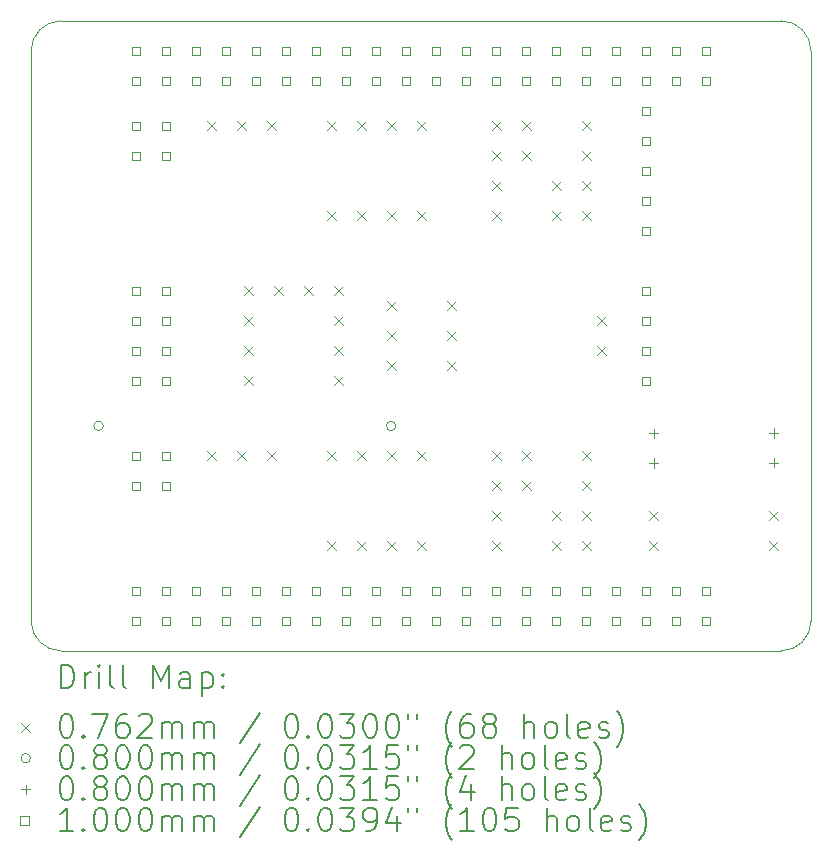
<source format=gbr>
%FSLAX45Y45*%
G04 Gerber Fmt 4.5, Leading zero omitted, Abs format (unit mm)*
G04 Created by KiCad (PCBNEW (6.0.0)) date 2024-05-18 14:08:51*
%MOMM*%
%LPD*%
G01*
G04 APERTURE LIST*
%TA.AperFunction,Profile*%
%ADD10C,0.100000*%
%TD*%
%ADD11C,0.200000*%
%ADD12C,0.076200*%
%ADD13C,0.080000*%
%ADD14C,0.100000*%
G04 APERTURE END LIST*
D10*
X1778000Y-2540000D02*
X1778000Y-7366000D01*
X2032000Y-2286000D02*
G75*
G03*
X1778000Y-2540000I0J-254000D01*
G01*
X8128000Y-7620000D02*
G75*
G03*
X8382000Y-7366000I0J254000D01*
G01*
X1778000Y-7366000D02*
G75*
G03*
X2032000Y-7620000I254000J0D01*
G01*
X2032000Y-7620000D02*
X8128000Y-7620000D01*
X8382000Y-7366000D02*
X8382000Y-2540000D01*
X8382000Y-2540000D02*
G75*
G03*
X8128000Y-2286000I-254000J0D01*
G01*
X8128000Y-2286000D02*
X2032000Y-2286000D01*
D11*
D12*
X3263900Y-3136900D02*
X3340100Y-3213100D01*
X3340100Y-3136900D02*
X3263900Y-3213100D01*
X3263900Y-5930900D02*
X3340100Y-6007100D01*
X3340100Y-5930900D02*
X3263900Y-6007100D01*
X3517900Y-3136900D02*
X3594100Y-3213100D01*
X3594100Y-3136900D02*
X3517900Y-3213100D01*
X3517900Y-5930900D02*
X3594100Y-6007100D01*
X3594100Y-5930900D02*
X3517900Y-6007100D01*
X3581400Y-4533900D02*
X3657600Y-4610100D01*
X3657600Y-4533900D02*
X3581400Y-4610100D01*
X3581400Y-4787900D02*
X3657600Y-4864100D01*
X3657600Y-4787900D02*
X3581400Y-4864100D01*
X3581400Y-5041900D02*
X3657600Y-5118100D01*
X3657600Y-5041900D02*
X3581400Y-5118100D01*
X3581400Y-5295900D02*
X3657600Y-5372100D01*
X3657600Y-5295900D02*
X3581400Y-5372100D01*
X3771900Y-3136900D02*
X3848100Y-3213100D01*
X3848100Y-3136900D02*
X3771900Y-3213100D01*
X3771900Y-5930900D02*
X3848100Y-6007100D01*
X3848100Y-5930900D02*
X3771900Y-6007100D01*
X3835400Y-4533900D02*
X3911600Y-4610100D01*
X3911600Y-4533900D02*
X3835400Y-4610100D01*
X4089400Y-4533900D02*
X4165600Y-4610100D01*
X4165600Y-4533900D02*
X4089400Y-4610100D01*
X4279900Y-3136900D02*
X4356100Y-3213100D01*
X4356100Y-3136900D02*
X4279900Y-3213100D01*
X4279900Y-3898900D02*
X4356100Y-3975100D01*
X4356100Y-3898900D02*
X4279900Y-3975100D01*
X4279900Y-5930900D02*
X4356100Y-6007100D01*
X4356100Y-5930900D02*
X4279900Y-6007100D01*
X4279900Y-6692900D02*
X4356100Y-6769100D01*
X4356100Y-6692900D02*
X4279900Y-6769100D01*
X4343400Y-4533900D02*
X4419600Y-4610100D01*
X4419600Y-4533900D02*
X4343400Y-4610100D01*
X4343400Y-4787900D02*
X4419600Y-4864100D01*
X4419600Y-4787900D02*
X4343400Y-4864100D01*
X4343400Y-5041900D02*
X4419600Y-5118100D01*
X4419600Y-5041900D02*
X4343400Y-5118100D01*
X4343400Y-5295900D02*
X4419600Y-5372100D01*
X4419600Y-5295900D02*
X4343400Y-5372100D01*
X4533900Y-3136900D02*
X4610100Y-3213100D01*
X4610100Y-3136900D02*
X4533900Y-3213100D01*
X4533900Y-3898900D02*
X4610100Y-3975100D01*
X4610100Y-3898900D02*
X4533900Y-3975100D01*
X4533900Y-5930900D02*
X4610100Y-6007100D01*
X4610100Y-5930900D02*
X4533900Y-6007100D01*
X4533900Y-6692900D02*
X4610100Y-6769100D01*
X4610100Y-6692900D02*
X4533900Y-6769100D01*
X4787900Y-3136900D02*
X4864100Y-3213100D01*
X4864100Y-3136900D02*
X4787900Y-3213100D01*
X4787900Y-3898900D02*
X4864100Y-3975100D01*
X4864100Y-3898900D02*
X4787900Y-3975100D01*
X4787900Y-4660900D02*
X4864100Y-4737100D01*
X4864100Y-4660900D02*
X4787900Y-4737100D01*
X4787900Y-4914900D02*
X4864100Y-4991100D01*
X4864100Y-4914900D02*
X4787900Y-4991100D01*
X4787900Y-5168900D02*
X4864100Y-5245100D01*
X4864100Y-5168900D02*
X4787900Y-5245100D01*
X4787900Y-5930900D02*
X4864100Y-6007100D01*
X4864100Y-5930900D02*
X4787900Y-6007100D01*
X4787900Y-6692900D02*
X4864100Y-6769100D01*
X4864100Y-6692900D02*
X4787900Y-6769100D01*
X5041900Y-3136900D02*
X5118100Y-3213100D01*
X5118100Y-3136900D02*
X5041900Y-3213100D01*
X5041900Y-3898900D02*
X5118100Y-3975100D01*
X5118100Y-3898900D02*
X5041900Y-3975100D01*
X5041900Y-5930900D02*
X5118100Y-6007100D01*
X5118100Y-5930900D02*
X5041900Y-6007100D01*
X5041900Y-6692900D02*
X5118100Y-6769100D01*
X5118100Y-6692900D02*
X5041900Y-6769100D01*
X5295900Y-4660900D02*
X5372100Y-4737100D01*
X5372100Y-4660900D02*
X5295900Y-4737100D01*
X5295900Y-4914900D02*
X5372100Y-4991100D01*
X5372100Y-4914900D02*
X5295900Y-4991100D01*
X5295900Y-5168900D02*
X5372100Y-5245100D01*
X5372100Y-5168900D02*
X5295900Y-5245100D01*
X5676900Y-3136900D02*
X5753100Y-3213100D01*
X5753100Y-3136900D02*
X5676900Y-3213100D01*
X5676900Y-3390900D02*
X5753100Y-3467100D01*
X5753100Y-3390900D02*
X5676900Y-3467100D01*
X5676900Y-3644900D02*
X5753100Y-3721100D01*
X5753100Y-3644900D02*
X5676900Y-3721100D01*
X5676900Y-3898900D02*
X5753100Y-3975100D01*
X5753100Y-3898900D02*
X5676900Y-3975100D01*
X5676900Y-5930900D02*
X5753100Y-6007100D01*
X5753100Y-5930900D02*
X5676900Y-6007100D01*
X5676900Y-6184900D02*
X5753100Y-6261100D01*
X5753100Y-6184900D02*
X5676900Y-6261100D01*
X5676900Y-6438900D02*
X5753100Y-6515100D01*
X5753100Y-6438900D02*
X5676900Y-6515100D01*
X5676900Y-6692900D02*
X5753100Y-6769100D01*
X5753100Y-6692900D02*
X5676900Y-6769100D01*
X5930900Y-3136900D02*
X6007100Y-3213100D01*
X6007100Y-3136900D02*
X5930900Y-3213100D01*
X5930900Y-3390900D02*
X6007100Y-3467100D01*
X6007100Y-3390900D02*
X5930900Y-3467100D01*
X5930900Y-5930900D02*
X6007100Y-6007100D01*
X6007100Y-5930900D02*
X5930900Y-6007100D01*
X5930900Y-6184900D02*
X6007100Y-6261100D01*
X6007100Y-6184900D02*
X5930900Y-6261100D01*
X6184900Y-3644900D02*
X6261100Y-3721100D01*
X6261100Y-3644900D02*
X6184900Y-3721100D01*
X6184900Y-3898900D02*
X6261100Y-3975100D01*
X6261100Y-3898900D02*
X6184900Y-3975100D01*
X6184900Y-6438900D02*
X6261100Y-6515100D01*
X6261100Y-6438900D02*
X6184900Y-6515100D01*
X6184900Y-6692900D02*
X6261100Y-6769100D01*
X6261100Y-6692900D02*
X6184900Y-6769100D01*
X6438900Y-3136900D02*
X6515100Y-3213100D01*
X6515100Y-3136900D02*
X6438900Y-3213100D01*
X6438900Y-3390900D02*
X6515100Y-3467100D01*
X6515100Y-3390900D02*
X6438900Y-3467100D01*
X6438900Y-3644900D02*
X6515100Y-3721100D01*
X6515100Y-3644900D02*
X6438900Y-3721100D01*
X6438900Y-3898900D02*
X6515100Y-3975100D01*
X6515100Y-3898900D02*
X6438900Y-3975100D01*
X6438900Y-5930900D02*
X6515100Y-6007100D01*
X6515100Y-5930900D02*
X6438900Y-6007100D01*
X6438900Y-6184900D02*
X6515100Y-6261100D01*
X6515100Y-6184900D02*
X6438900Y-6261100D01*
X6438900Y-6438900D02*
X6515100Y-6515100D01*
X6515100Y-6438900D02*
X6438900Y-6515100D01*
X6438900Y-6692900D02*
X6515100Y-6769100D01*
X6515100Y-6692900D02*
X6438900Y-6769100D01*
X6565900Y-4787900D02*
X6642100Y-4864100D01*
X6642100Y-4787900D02*
X6565900Y-4864100D01*
X6565900Y-5041900D02*
X6642100Y-5118100D01*
X6642100Y-5041900D02*
X6565900Y-5118100D01*
X7010400Y-6438900D02*
X7086600Y-6515100D01*
X7086600Y-6438900D02*
X7010400Y-6515100D01*
X7010400Y-6692900D02*
X7086600Y-6769100D01*
X7086600Y-6692900D02*
X7010400Y-6769100D01*
X8026400Y-6438900D02*
X8102600Y-6515100D01*
X8102600Y-6438900D02*
X8026400Y-6515100D01*
X8026400Y-6692900D02*
X8102600Y-6769100D01*
X8102600Y-6692900D02*
X8026400Y-6769100D01*
D13*
X2389500Y-5715000D02*
G75*
G03*
X2389500Y-5715000I-40000J0D01*
G01*
X4866000Y-5715000D02*
G75*
G03*
X4866000Y-5715000I-40000J0D01*
G01*
X7048500Y-5738500D02*
X7048500Y-5818500D01*
X7008500Y-5778500D02*
X7088500Y-5778500D01*
X7048500Y-5988500D02*
X7048500Y-6068500D01*
X7008500Y-6028500D02*
X7088500Y-6028500D01*
X8064500Y-5736011D02*
X8064500Y-5816011D01*
X8024500Y-5776011D02*
X8104500Y-5776011D01*
X8064500Y-5986011D02*
X8064500Y-6066011D01*
X8024500Y-6026011D02*
X8104500Y-6026011D01*
D14*
X2702356Y-2575356D02*
X2702356Y-2504644D01*
X2631644Y-2504644D01*
X2631644Y-2575356D01*
X2702356Y-2575356D01*
X2702356Y-2829356D02*
X2702356Y-2758644D01*
X2631644Y-2758644D01*
X2631644Y-2829356D01*
X2702356Y-2829356D01*
X2702356Y-3210356D02*
X2702356Y-3139644D01*
X2631644Y-3139644D01*
X2631644Y-3210356D01*
X2702356Y-3210356D01*
X2702356Y-3464356D02*
X2702356Y-3393644D01*
X2631644Y-3393644D01*
X2631644Y-3464356D01*
X2702356Y-3464356D01*
X2702356Y-4607356D02*
X2702356Y-4536644D01*
X2631644Y-4536644D01*
X2631644Y-4607356D01*
X2702356Y-4607356D01*
X2702356Y-4861356D02*
X2702356Y-4790644D01*
X2631644Y-4790644D01*
X2631644Y-4861356D01*
X2702356Y-4861356D01*
X2702356Y-5115356D02*
X2702356Y-5044644D01*
X2631644Y-5044644D01*
X2631644Y-5115356D01*
X2702356Y-5115356D01*
X2702356Y-5369356D02*
X2702356Y-5298644D01*
X2631644Y-5298644D01*
X2631644Y-5369356D01*
X2702356Y-5369356D01*
X2702356Y-6004356D02*
X2702356Y-5933644D01*
X2631644Y-5933644D01*
X2631644Y-6004356D01*
X2702356Y-6004356D01*
X2702356Y-6258356D02*
X2702356Y-6187644D01*
X2631644Y-6187644D01*
X2631644Y-6258356D01*
X2702356Y-6258356D01*
X2702356Y-7147356D02*
X2702356Y-7076644D01*
X2631644Y-7076644D01*
X2631644Y-7147356D01*
X2702356Y-7147356D01*
X2702356Y-7401356D02*
X2702356Y-7330644D01*
X2631644Y-7330644D01*
X2631644Y-7401356D01*
X2702356Y-7401356D01*
X2956356Y-2575356D02*
X2956356Y-2504644D01*
X2885644Y-2504644D01*
X2885644Y-2575356D01*
X2956356Y-2575356D01*
X2956356Y-2829356D02*
X2956356Y-2758644D01*
X2885644Y-2758644D01*
X2885644Y-2829356D01*
X2956356Y-2829356D01*
X2956356Y-3210356D02*
X2956356Y-3139644D01*
X2885644Y-3139644D01*
X2885644Y-3210356D01*
X2956356Y-3210356D01*
X2956356Y-3464356D02*
X2956356Y-3393644D01*
X2885644Y-3393644D01*
X2885644Y-3464356D01*
X2956356Y-3464356D01*
X2956356Y-4607356D02*
X2956356Y-4536644D01*
X2885644Y-4536644D01*
X2885644Y-4607356D01*
X2956356Y-4607356D01*
X2956356Y-4861356D02*
X2956356Y-4790644D01*
X2885644Y-4790644D01*
X2885644Y-4861356D01*
X2956356Y-4861356D01*
X2956356Y-5115356D02*
X2956356Y-5044644D01*
X2885644Y-5044644D01*
X2885644Y-5115356D01*
X2956356Y-5115356D01*
X2956356Y-5369356D02*
X2956356Y-5298644D01*
X2885644Y-5298644D01*
X2885644Y-5369356D01*
X2956356Y-5369356D01*
X2956356Y-6004356D02*
X2956356Y-5933644D01*
X2885644Y-5933644D01*
X2885644Y-6004356D01*
X2956356Y-6004356D01*
X2956356Y-6258356D02*
X2956356Y-6187644D01*
X2885644Y-6187644D01*
X2885644Y-6258356D01*
X2956356Y-6258356D01*
X2956356Y-7147356D02*
X2956356Y-7076644D01*
X2885644Y-7076644D01*
X2885644Y-7147356D01*
X2956356Y-7147356D01*
X2956356Y-7401356D02*
X2956356Y-7330644D01*
X2885644Y-7330644D01*
X2885644Y-7401356D01*
X2956356Y-7401356D01*
X3210356Y-2575356D02*
X3210356Y-2504644D01*
X3139644Y-2504644D01*
X3139644Y-2575356D01*
X3210356Y-2575356D01*
X3210356Y-2829356D02*
X3210356Y-2758644D01*
X3139644Y-2758644D01*
X3139644Y-2829356D01*
X3210356Y-2829356D01*
X3210356Y-7147356D02*
X3210356Y-7076644D01*
X3139644Y-7076644D01*
X3139644Y-7147356D01*
X3210356Y-7147356D01*
X3210356Y-7401356D02*
X3210356Y-7330644D01*
X3139644Y-7330644D01*
X3139644Y-7401356D01*
X3210356Y-7401356D01*
X3464356Y-2575356D02*
X3464356Y-2504644D01*
X3393644Y-2504644D01*
X3393644Y-2575356D01*
X3464356Y-2575356D01*
X3464356Y-2829356D02*
X3464356Y-2758644D01*
X3393644Y-2758644D01*
X3393644Y-2829356D01*
X3464356Y-2829356D01*
X3464356Y-7147356D02*
X3464356Y-7076644D01*
X3393644Y-7076644D01*
X3393644Y-7147356D01*
X3464356Y-7147356D01*
X3464356Y-7401356D02*
X3464356Y-7330644D01*
X3393644Y-7330644D01*
X3393644Y-7401356D01*
X3464356Y-7401356D01*
X3718356Y-2575356D02*
X3718356Y-2504644D01*
X3647644Y-2504644D01*
X3647644Y-2575356D01*
X3718356Y-2575356D01*
X3718356Y-2829356D02*
X3718356Y-2758644D01*
X3647644Y-2758644D01*
X3647644Y-2829356D01*
X3718356Y-2829356D01*
X3718356Y-7147356D02*
X3718356Y-7076644D01*
X3647644Y-7076644D01*
X3647644Y-7147356D01*
X3718356Y-7147356D01*
X3718356Y-7401356D02*
X3718356Y-7330644D01*
X3647644Y-7330644D01*
X3647644Y-7401356D01*
X3718356Y-7401356D01*
X3972356Y-2575356D02*
X3972356Y-2504644D01*
X3901644Y-2504644D01*
X3901644Y-2575356D01*
X3972356Y-2575356D01*
X3972356Y-2829356D02*
X3972356Y-2758644D01*
X3901644Y-2758644D01*
X3901644Y-2829356D01*
X3972356Y-2829356D01*
X3972356Y-7147356D02*
X3972356Y-7076644D01*
X3901644Y-7076644D01*
X3901644Y-7147356D01*
X3972356Y-7147356D01*
X3972356Y-7401356D02*
X3972356Y-7330644D01*
X3901644Y-7330644D01*
X3901644Y-7401356D01*
X3972356Y-7401356D01*
X4226356Y-2575356D02*
X4226356Y-2504644D01*
X4155644Y-2504644D01*
X4155644Y-2575356D01*
X4226356Y-2575356D01*
X4226356Y-2829356D02*
X4226356Y-2758644D01*
X4155644Y-2758644D01*
X4155644Y-2829356D01*
X4226356Y-2829356D01*
X4226356Y-7147356D02*
X4226356Y-7076644D01*
X4155644Y-7076644D01*
X4155644Y-7147356D01*
X4226356Y-7147356D01*
X4226356Y-7401356D02*
X4226356Y-7330644D01*
X4155644Y-7330644D01*
X4155644Y-7401356D01*
X4226356Y-7401356D01*
X4480356Y-2575356D02*
X4480356Y-2504644D01*
X4409644Y-2504644D01*
X4409644Y-2575356D01*
X4480356Y-2575356D01*
X4480356Y-2829356D02*
X4480356Y-2758644D01*
X4409644Y-2758644D01*
X4409644Y-2829356D01*
X4480356Y-2829356D01*
X4480356Y-7147356D02*
X4480356Y-7076644D01*
X4409644Y-7076644D01*
X4409644Y-7147356D01*
X4480356Y-7147356D01*
X4480356Y-7401356D02*
X4480356Y-7330644D01*
X4409644Y-7330644D01*
X4409644Y-7401356D01*
X4480356Y-7401356D01*
X4734356Y-2575356D02*
X4734356Y-2504644D01*
X4663644Y-2504644D01*
X4663644Y-2575356D01*
X4734356Y-2575356D01*
X4734356Y-2829356D02*
X4734356Y-2758644D01*
X4663644Y-2758644D01*
X4663644Y-2829356D01*
X4734356Y-2829356D01*
X4734356Y-7147356D02*
X4734356Y-7076644D01*
X4663644Y-7076644D01*
X4663644Y-7147356D01*
X4734356Y-7147356D01*
X4734356Y-7401356D02*
X4734356Y-7330644D01*
X4663644Y-7330644D01*
X4663644Y-7401356D01*
X4734356Y-7401356D01*
X4988356Y-2575356D02*
X4988356Y-2504644D01*
X4917644Y-2504644D01*
X4917644Y-2575356D01*
X4988356Y-2575356D01*
X4988356Y-2829356D02*
X4988356Y-2758644D01*
X4917644Y-2758644D01*
X4917644Y-2829356D01*
X4988356Y-2829356D01*
X4988356Y-7147356D02*
X4988356Y-7076644D01*
X4917644Y-7076644D01*
X4917644Y-7147356D01*
X4988356Y-7147356D01*
X4988356Y-7401356D02*
X4988356Y-7330644D01*
X4917644Y-7330644D01*
X4917644Y-7401356D01*
X4988356Y-7401356D01*
X5242356Y-2575356D02*
X5242356Y-2504644D01*
X5171644Y-2504644D01*
X5171644Y-2575356D01*
X5242356Y-2575356D01*
X5242356Y-2829356D02*
X5242356Y-2758644D01*
X5171644Y-2758644D01*
X5171644Y-2829356D01*
X5242356Y-2829356D01*
X5242356Y-7147356D02*
X5242356Y-7076644D01*
X5171644Y-7076644D01*
X5171644Y-7147356D01*
X5242356Y-7147356D01*
X5242356Y-7401356D02*
X5242356Y-7330644D01*
X5171644Y-7330644D01*
X5171644Y-7401356D01*
X5242356Y-7401356D01*
X5496356Y-2575356D02*
X5496356Y-2504644D01*
X5425644Y-2504644D01*
X5425644Y-2575356D01*
X5496356Y-2575356D01*
X5496356Y-2829356D02*
X5496356Y-2758644D01*
X5425644Y-2758644D01*
X5425644Y-2829356D01*
X5496356Y-2829356D01*
X5496356Y-7147356D02*
X5496356Y-7076644D01*
X5425644Y-7076644D01*
X5425644Y-7147356D01*
X5496356Y-7147356D01*
X5496356Y-7401356D02*
X5496356Y-7330644D01*
X5425644Y-7330644D01*
X5425644Y-7401356D01*
X5496356Y-7401356D01*
X5750356Y-2575356D02*
X5750356Y-2504644D01*
X5679644Y-2504644D01*
X5679644Y-2575356D01*
X5750356Y-2575356D01*
X5750356Y-2829356D02*
X5750356Y-2758644D01*
X5679644Y-2758644D01*
X5679644Y-2829356D01*
X5750356Y-2829356D01*
X5750356Y-7147356D02*
X5750356Y-7076644D01*
X5679644Y-7076644D01*
X5679644Y-7147356D01*
X5750356Y-7147356D01*
X5750356Y-7401356D02*
X5750356Y-7330644D01*
X5679644Y-7330644D01*
X5679644Y-7401356D01*
X5750356Y-7401356D01*
X6004356Y-2575356D02*
X6004356Y-2504644D01*
X5933644Y-2504644D01*
X5933644Y-2575356D01*
X6004356Y-2575356D01*
X6004356Y-2829356D02*
X6004356Y-2758644D01*
X5933644Y-2758644D01*
X5933644Y-2829356D01*
X6004356Y-2829356D01*
X6004356Y-7147356D02*
X6004356Y-7076644D01*
X5933644Y-7076644D01*
X5933644Y-7147356D01*
X6004356Y-7147356D01*
X6004356Y-7401356D02*
X6004356Y-7330644D01*
X5933644Y-7330644D01*
X5933644Y-7401356D01*
X6004356Y-7401356D01*
X6258356Y-2575356D02*
X6258356Y-2504644D01*
X6187644Y-2504644D01*
X6187644Y-2575356D01*
X6258356Y-2575356D01*
X6258356Y-2829356D02*
X6258356Y-2758644D01*
X6187644Y-2758644D01*
X6187644Y-2829356D01*
X6258356Y-2829356D01*
X6258356Y-7147356D02*
X6258356Y-7076644D01*
X6187644Y-7076644D01*
X6187644Y-7147356D01*
X6258356Y-7147356D01*
X6258356Y-7401356D02*
X6258356Y-7330644D01*
X6187644Y-7330644D01*
X6187644Y-7401356D01*
X6258356Y-7401356D01*
X6512356Y-2575356D02*
X6512356Y-2504644D01*
X6441644Y-2504644D01*
X6441644Y-2575356D01*
X6512356Y-2575356D01*
X6512356Y-2829356D02*
X6512356Y-2758644D01*
X6441644Y-2758644D01*
X6441644Y-2829356D01*
X6512356Y-2829356D01*
X6512356Y-7147356D02*
X6512356Y-7076644D01*
X6441644Y-7076644D01*
X6441644Y-7147356D01*
X6512356Y-7147356D01*
X6512356Y-7401356D02*
X6512356Y-7330644D01*
X6441644Y-7330644D01*
X6441644Y-7401356D01*
X6512356Y-7401356D01*
X6766356Y-2575356D02*
X6766356Y-2504644D01*
X6695644Y-2504644D01*
X6695644Y-2575356D01*
X6766356Y-2575356D01*
X6766356Y-2829356D02*
X6766356Y-2758644D01*
X6695644Y-2758644D01*
X6695644Y-2829356D01*
X6766356Y-2829356D01*
X6766356Y-7147356D02*
X6766356Y-7076644D01*
X6695644Y-7076644D01*
X6695644Y-7147356D01*
X6766356Y-7147356D01*
X6766356Y-7401356D02*
X6766356Y-7330644D01*
X6695644Y-7330644D01*
X6695644Y-7401356D01*
X6766356Y-7401356D01*
X7020356Y-2575356D02*
X7020356Y-2504644D01*
X6949644Y-2504644D01*
X6949644Y-2575356D01*
X7020356Y-2575356D01*
X7020356Y-2829356D02*
X7020356Y-2758644D01*
X6949644Y-2758644D01*
X6949644Y-2829356D01*
X7020356Y-2829356D01*
X7020356Y-3081856D02*
X7020356Y-3011144D01*
X6949644Y-3011144D01*
X6949644Y-3081856D01*
X7020356Y-3081856D01*
X7020356Y-3335856D02*
X7020356Y-3265144D01*
X6949644Y-3265144D01*
X6949644Y-3335856D01*
X7020356Y-3335856D01*
X7020356Y-3589856D02*
X7020356Y-3519144D01*
X6949644Y-3519144D01*
X6949644Y-3589856D01*
X7020356Y-3589856D01*
X7020356Y-3845356D02*
X7020356Y-3774644D01*
X6949644Y-3774644D01*
X6949644Y-3845356D01*
X7020356Y-3845356D01*
X7020356Y-4099356D02*
X7020356Y-4028644D01*
X6949644Y-4028644D01*
X6949644Y-4099356D01*
X7020356Y-4099356D01*
X7020356Y-4607356D02*
X7020356Y-4536644D01*
X6949644Y-4536644D01*
X6949644Y-4607356D01*
X7020356Y-4607356D01*
X7020356Y-4861356D02*
X7020356Y-4790644D01*
X6949644Y-4790644D01*
X6949644Y-4861356D01*
X7020356Y-4861356D01*
X7020356Y-5115356D02*
X7020356Y-5044644D01*
X6949644Y-5044644D01*
X6949644Y-5115356D01*
X7020356Y-5115356D01*
X7020356Y-5369356D02*
X7020356Y-5298644D01*
X6949644Y-5298644D01*
X6949644Y-5369356D01*
X7020356Y-5369356D01*
X7020356Y-7147356D02*
X7020356Y-7076644D01*
X6949644Y-7076644D01*
X6949644Y-7147356D01*
X7020356Y-7147356D01*
X7020356Y-7401356D02*
X7020356Y-7330644D01*
X6949644Y-7330644D01*
X6949644Y-7401356D01*
X7020356Y-7401356D01*
X7274356Y-2575356D02*
X7274356Y-2504644D01*
X7203644Y-2504644D01*
X7203644Y-2575356D01*
X7274356Y-2575356D01*
X7274356Y-2829356D02*
X7274356Y-2758644D01*
X7203644Y-2758644D01*
X7203644Y-2829356D01*
X7274356Y-2829356D01*
X7274356Y-7147356D02*
X7274356Y-7076644D01*
X7203644Y-7076644D01*
X7203644Y-7147356D01*
X7274356Y-7147356D01*
X7274356Y-7401356D02*
X7274356Y-7330644D01*
X7203644Y-7330644D01*
X7203644Y-7401356D01*
X7274356Y-7401356D01*
X7528356Y-2575356D02*
X7528356Y-2504644D01*
X7457644Y-2504644D01*
X7457644Y-2575356D01*
X7528356Y-2575356D01*
X7528356Y-2829356D02*
X7528356Y-2758644D01*
X7457644Y-2758644D01*
X7457644Y-2829356D01*
X7528356Y-2829356D01*
X7528356Y-7147356D02*
X7528356Y-7076644D01*
X7457644Y-7076644D01*
X7457644Y-7147356D01*
X7528356Y-7147356D01*
X7528356Y-7401356D02*
X7528356Y-7330644D01*
X7457644Y-7330644D01*
X7457644Y-7401356D01*
X7528356Y-7401356D01*
D11*
X2030619Y-7935476D02*
X2030619Y-7735476D01*
X2078238Y-7735476D01*
X2106810Y-7745000D01*
X2125857Y-7764048D01*
X2135381Y-7783095D01*
X2144905Y-7821190D01*
X2144905Y-7849762D01*
X2135381Y-7887857D01*
X2125857Y-7906905D01*
X2106810Y-7925952D01*
X2078238Y-7935476D01*
X2030619Y-7935476D01*
X2230619Y-7935476D02*
X2230619Y-7802143D01*
X2230619Y-7840238D02*
X2240143Y-7821190D01*
X2249667Y-7811667D01*
X2268714Y-7802143D01*
X2287762Y-7802143D01*
X2354429Y-7935476D02*
X2354429Y-7802143D01*
X2354429Y-7735476D02*
X2344905Y-7745000D01*
X2354429Y-7754524D01*
X2363952Y-7745000D01*
X2354429Y-7735476D01*
X2354429Y-7754524D01*
X2478238Y-7935476D02*
X2459190Y-7925952D01*
X2449667Y-7906905D01*
X2449667Y-7735476D01*
X2583000Y-7935476D02*
X2563952Y-7925952D01*
X2554429Y-7906905D01*
X2554429Y-7735476D01*
X2811571Y-7935476D02*
X2811571Y-7735476D01*
X2878238Y-7878333D01*
X2944905Y-7735476D01*
X2944905Y-7935476D01*
X3125857Y-7935476D02*
X3125857Y-7830714D01*
X3116333Y-7811667D01*
X3097286Y-7802143D01*
X3059190Y-7802143D01*
X3040143Y-7811667D01*
X3125857Y-7925952D02*
X3106809Y-7935476D01*
X3059190Y-7935476D01*
X3040143Y-7925952D01*
X3030619Y-7906905D01*
X3030619Y-7887857D01*
X3040143Y-7868809D01*
X3059190Y-7859286D01*
X3106809Y-7859286D01*
X3125857Y-7849762D01*
X3221095Y-7802143D02*
X3221095Y-8002143D01*
X3221095Y-7811667D02*
X3240143Y-7802143D01*
X3278238Y-7802143D01*
X3297286Y-7811667D01*
X3306809Y-7821190D01*
X3316333Y-7840238D01*
X3316333Y-7897381D01*
X3306809Y-7916428D01*
X3297286Y-7925952D01*
X3278238Y-7935476D01*
X3240143Y-7935476D01*
X3221095Y-7925952D01*
X3402048Y-7916428D02*
X3411571Y-7925952D01*
X3402048Y-7935476D01*
X3392524Y-7925952D01*
X3402048Y-7916428D01*
X3402048Y-7935476D01*
X3402048Y-7811667D02*
X3411571Y-7821190D01*
X3402048Y-7830714D01*
X3392524Y-7821190D01*
X3402048Y-7811667D01*
X3402048Y-7830714D01*
D12*
X1696800Y-8226900D02*
X1773000Y-8303100D01*
X1773000Y-8226900D02*
X1696800Y-8303100D01*
D11*
X2068714Y-8155476D02*
X2087762Y-8155476D01*
X2106810Y-8165000D01*
X2116333Y-8174524D01*
X2125857Y-8193571D01*
X2135381Y-8231667D01*
X2135381Y-8279286D01*
X2125857Y-8317381D01*
X2116333Y-8336428D01*
X2106810Y-8345952D01*
X2087762Y-8355476D01*
X2068714Y-8355476D01*
X2049667Y-8345952D01*
X2040143Y-8336428D01*
X2030619Y-8317381D01*
X2021095Y-8279286D01*
X2021095Y-8231667D01*
X2030619Y-8193571D01*
X2040143Y-8174524D01*
X2049667Y-8165000D01*
X2068714Y-8155476D01*
X2221095Y-8336428D02*
X2230619Y-8345952D01*
X2221095Y-8355476D01*
X2211571Y-8345952D01*
X2221095Y-8336428D01*
X2221095Y-8355476D01*
X2297286Y-8155476D02*
X2430619Y-8155476D01*
X2344905Y-8355476D01*
X2592524Y-8155476D02*
X2554429Y-8155476D01*
X2535381Y-8165000D01*
X2525857Y-8174524D01*
X2506810Y-8203095D01*
X2497286Y-8241190D01*
X2497286Y-8317381D01*
X2506810Y-8336428D01*
X2516333Y-8345952D01*
X2535381Y-8355476D01*
X2573476Y-8355476D01*
X2592524Y-8345952D01*
X2602048Y-8336428D01*
X2611571Y-8317381D01*
X2611571Y-8269762D01*
X2602048Y-8250714D01*
X2592524Y-8241190D01*
X2573476Y-8231667D01*
X2535381Y-8231667D01*
X2516333Y-8241190D01*
X2506810Y-8250714D01*
X2497286Y-8269762D01*
X2687762Y-8174524D02*
X2697286Y-8165000D01*
X2716333Y-8155476D01*
X2763952Y-8155476D01*
X2783000Y-8165000D01*
X2792524Y-8174524D01*
X2802048Y-8193571D01*
X2802048Y-8212619D01*
X2792524Y-8241190D01*
X2678238Y-8355476D01*
X2802048Y-8355476D01*
X2887762Y-8355476D02*
X2887762Y-8222143D01*
X2887762Y-8241190D02*
X2897286Y-8231667D01*
X2916333Y-8222143D01*
X2944905Y-8222143D01*
X2963952Y-8231667D01*
X2973476Y-8250714D01*
X2973476Y-8355476D01*
X2973476Y-8250714D02*
X2983000Y-8231667D01*
X3002048Y-8222143D01*
X3030619Y-8222143D01*
X3049667Y-8231667D01*
X3059190Y-8250714D01*
X3059190Y-8355476D01*
X3154428Y-8355476D02*
X3154428Y-8222143D01*
X3154428Y-8241190D02*
X3163952Y-8231667D01*
X3183000Y-8222143D01*
X3211571Y-8222143D01*
X3230619Y-8231667D01*
X3240143Y-8250714D01*
X3240143Y-8355476D01*
X3240143Y-8250714D02*
X3249667Y-8231667D01*
X3268714Y-8222143D01*
X3297286Y-8222143D01*
X3316333Y-8231667D01*
X3325857Y-8250714D01*
X3325857Y-8355476D01*
X3716333Y-8145952D02*
X3544905Y-8403095D01*
X3973476Y-8155476D02*
X3992524Y-8155476D01*
X4011571Y-8165000D01*
X4021095Y-8174524D01*
X4030619Y-8193571D01*
X4040143Y-8231667D01*
X4040143Y-8279286D01*
X4030619Y-8317381D01*
X4021095Y-8336428D01*
X4011571Y-8345952D01*
X3992524Y-8355476D01*
X3973476Y-8355476D01*
X3954428Y-8345952D01*
X3944905Y-8336428D01*
X3935381Y-8317381D01*
X3925857Y-8279286D01*
X3925857Y-8231667D01*
X3935381Y-8193571D01*
X3944905Y-8174524D01*
X3954428Y-8165000D01*
X3973476Y-8155476D01*
X4125857Y-8336428D02*
X4135381Y-8345952D01*
X4125857Y-8355476D01*
X4116333Y-8345952D01*
X4125857Y-8336428D01*
X4125857Y-8355476D01*
X4259190Y-8155476D02*
X4278238Y-8155476D01*
X4297286Y-8165000D01*
X4306810Y-8174524D01*
X4316333Y-8193571D01*
X4325857Y-8231667D01*
X4325857Y-8279286D01*
X4316333Y-8317381D01*
X4306810Y-8336428D01*
X4297286Y-8345952D01*
X4278238Y-8355476D01*
X4259190Y-8355476D01*
X4240143Y-8345952D01*
X4230619Y-8336428D01*
X4221095Y-8317381D01*
X4211571Y-8279286D01*
X4211571Y-8231667D01*
X4221095Y-8193571D01*
X4230619Y-8174524D01*
X4240143Y-8165000D01*
X4259190Y-8155476D01*
X4392524Y-8155476D02*
X4516333Y-8155476D01*
X4449667Y-8231667D01*
X4478238Y-8231667D01*
X4497286Y-8241190D01*
X4506810Y-8250714D01*
X4516333Y-8269762D01*
X4516333Y-8317381D01*
X4506810Y-8336428D01*
X4497286Y-8345952D01*
X4478238Y-8355476D01*
X4421095Y-8355476D01*
X4402048Y-8345952D01*
X4392524Y-8336428D01*
X4640143Y-8155476D02*
X4659190Y-8155476D01*
X4678238Y-8165000D01*
X4687762Y-8174524D01*
X4697286Y-8193571D01*
X4706810Y-8231667D01*
X4706810Y-8279286D01*
X4697286Y-8317381D01*
X4687762Y-8336428D01*
X4678238Y-8345952D01*
X4659190Y-8355476D01*
X4640143Y-8355476D01*
X4621095Y-8345952D01*
X4611571Y-8336428D01*
X4602048Y-8317381D01*
X4592524Y-8279286D01*
X4592524Y-8231667D01*
X4602048Y-8193571D01*
X4611571Y-8174524D01*
X4621095Y-8165000D01*
X4640143Y-8155476D01*
X4830619Y-8155476D02*
X4849667Y-8155476D01*
X4868714Y-8165000D01*
X4878238Y-8174524D01*
X4887762Y-8193571D01*
X4897286Y-8231667D01*
X4897286Y-8279286D01*
X4887762Y-8317381D01*
X4878238Y-8336428D01*
X4868714Y-8345952D01*
X4849667Y-8355476D01*
X4830619Y-8355476D01*
X4811571Y-8345952D01*
X4802048Y-8336428D01*
X4792524Y-8317381D01*
X4783000Y-8279286D01*
X4783000Y-8231667D01*
X4792524Y-8193571D01*
X4802048Y-8174524D01*
X4811571Y-8165000D01*
X4830619Y-8155476D01*
X4973476Y-8155476D02*
X4973476Y-8193571D01*
X5049667Y-8155476D02*
X5049667Y-8193571D01*
X5344905Y-8431667D02*
X5335381Y-8422143D01*
X5316333Y-8393571D01*
X5306810Y-8374524D01*
X5297286Y-8345952D01*
X5287762Y-8298333D01*
X5287762Y-8260238D01*
X5297286Y-8212619D01*
X5306810Y-8184048D01*
X5316333Y-8165000D01*
X5335381Y-8136428D01*
X5344905Y-8126905D01*
X5506810Y-8155476D02*
X5468714Y-8155476D01*
X5449667Y-8165000D01*
X5440143Y-8174524D01*
X5421095Y-8203095D01*
X5411571Y-8241190D01*
X5411571Y-8317381D01*
X5421095Y-8336428D01*
X5430619Y-8345952D01*
X5449667Y-8355476D01*
X5487762Y-8355476D01*
X5506810Y-8345952D01*
X5516333Y-8336428D01*
X5525857Y-8317381D01*
X5525857Y-8269762D01*
X5516333Y-8250714D01*
X5506810Y-8241190D01*
X5487762Y-8231667D01*
X5449667Y-8231667D01*
X5430619Y-8241190D01*
X5421095Y-8250714D01*
X5411571Y-8269762D01*
X5640143Y-8241190D02*
X5621095Y-8231667D01*
X5611571Y-8222143D01*
X5602048Y-8203095D01*
X5602048Y-8193571D01*
X5611571Y-8174524D01*
X5621095Y-8165000D01*
X5640143Y-8155476D01*
X5678238Y-8155476D01*
X5697286Y-8165000D01*
X5706809Y-8174524D01*
X5716333Y-8193571D01*
X5716333Y-8203095D01*
X5706809Y-8222143D01*
X5697286Y-8231667D01*
X5678238Y-8241190D01*
X5640143Y-8241190D01*
X5621095Y-8250714D01*
X5611571Y-8260238D01*
X5602048Y-8279286D01*
X5602048Y-8317381D01*
X5611571Y-8336428D01*
X5621095Y-8345952D01*
X5640143Y-8355476D01*
X5678238Y-8355476D01*
X5697286Y-8345952D01*
X5706809Y-8336428D01*
X5716333Y-8317381D01*
X5716333Y-8279286D01*
X5706809Y-8260238D01*
X5697286Y-8250714D01*
X5678238Y-8241190D01*
X5954428Y-8355476D02*
X5954428Y-8155476D01*
X6040143Y-8355476D02*
X6040143Y-8250714D01*
X6030619Y-8231667D01*
X6011571Y-8222143D01*
X5983000Y-8222143D01*
X5963952Y-8231667D01*
X5954428Y-8241190D01*
X6163952Y-8355476D02*
X6144905Y-8345952D01*
X6135381Y-8336428D01*
X6125857Y-8317381D01*
X6125857Y-8260238D01*
X6135381Y-8241190D01*
X6144905Y-8231667D01*
X6163952Y-8222143D01*
X6192524Y-8222143D01*
X6211571Y-8231667D01*
X6221095Y-8241190D01*
X6230619Y-8260238D01*
X6230619Y-8317381D01*
X6221095Y-8336428D01*
X6211571Y-8345952D01*
X6192524Y-8355476D01*
X6163952Y-8355476D01*
X6344905Y-8355476D02*
X6325857Y-8345952D01*
X6316333Y-8326905D01*
X6316333Y-8155476D01*
X6497286Y-8345952D02*
X6478238Y-8355476D01*
X6440143Y-8355476D01*
X6421095Y-8345952D01*
X6411571Y-8326905D01*
X6411571Y-8250714D01*
X6421095Y-8231667D01*
X6440143Y-8222143D01*
X6478238Y-8222143D01*
X6497286Y-8231667D01*
X6506809Y-8250714D01*
X6506809Y-8269762D01*
X6411571Y-8288809D01*
X6583000Y-8345952D02*
X6602048Y-8355476D01*
X6640143Y-8355476D01*
X6659190Y-8345952D01*
X6668714Y-8326905D01*
X6668714Y-8317381D01*
X6659190Y-8298333D01*
X6640143Y-8288809D01*
X6611571Y-8288809D01*
X6592524Y-8279286D01*
X6583000Y-8260238D01*
X6583000Y-8250714D01*
X6592524Y-8231667D01*
X6611571Y-8222143D01*
X6640143Y-8222143D01*
X6659190Y-8231667D01*
X6735381Y-8431667D02*
X6744905Y-8422143D01*
X6763952Y-8393571D01*
X6773476Y-8374524D01*
X6783000Y-8345952D01*
X6792524Y-8298333D01*
X6792524Y-8260238D01*
X6783000Y-8212619D01*
X6773476Y-8184048D01*
X6763952Y-8165000D01*
X6744905Y-8136428D01*
X6735381Y-8126905D01*
D13*
X1773000Y-8529000D02*
G75*
G03*
X1773000Y-8529000I-40000J0D01*
G01*
D11*
X2068714Y-8419476D02*
X2087762Y-8419476D01*
X2106810Y-8429000D01*
X2116333Y-8438524D01*
X2125857Y-8457571D01*
X2135381Y-8495667D01*
X2135381Y-8543286D01*
X2125857Y-8581381D01*
X2116333Y-8600429D01*
X2106810Y-8609952D01*
X2087762Y-8619476D01*
X2068714Y-8619476D01*
X2049667Y-8609952D01*
X2040143Y-8600429D01*
X2030619Y-8581381D01*
X2021095Y-8543286D01*
X2021095Y-8495667D01*
X2030619Y-8457571D01*
X2040143Y-8438524D01*
X2049667Y-8429000D01*
X2068714Y-8419476D01*
X2221095Y-8600429D02*
X2230619Y-8609952D01*
X2221095Y-8619476D01*
X2211571Y-8609952D01*
X2221095Y-8600429D01*
X2221095Y-8619476D01*
X2344905Y-8505190D02*
X2325857Y-8495667D01*
X2316333Y-8486143D01*
X2306810Y-8467095D01*
X2306810Y-8457571D01*
X2316333Y-8438524D01*
X2325857Y-8429000D01*
X2344905Y-8419476D01*
X2383000Y-8419476D01*
X2402048Y-8429000D01*
X2411571Y-8438524D01*
X2421095Y-8457571D01*
X2421095Y-8467095D01*
X2411571Y-8486143D01*
X2402048Y-8495667D01*
X2383000Y-8505190D01*
X2344905Y-8505190D01*
X2325857Y-8514714D01*
X2316333Y-8524238D01*
X2306810Y-8543286D01*
X2306810Y-8581381D01*
X2316333Y-8600429D01*
X2325857Y-8609952D01*
X2344905Y-8619476D01*
X2383000Y-8619476D01*
X2402048Y-8609952D01*
X2411571Y-8600429D01*
X2421095Y-8581381D01*
X2421095Y-8543286D01*
X2411571Y-8524238D01*
X2402048Y-8514714D01*
X2383000Y-8505190D01*
X2544905Y-8419476D02*
X2563952Y-8419476D01*
X2583000Y-8429000D01*
X2592524Y-8438524D01*
X2602048Y-8457571D01*
X2611571Y-8495667D01*
X2611571Y-8543286D01*
X2602048Y-8581381D01*
X2592524Y-8600429D01*
X2583000Y-8609952D01*
X2563952Y-8619476D01*
X2544905Y-8619476D01*
X2525857Y-8609952D01*
X2516333Y-8600429D01*
X2506810Y-8581381D01*
X2497286Y-8543286D01*
X2497286Y-8495667D01*
X2506810Y-8457571D01*
X2516333Y-8438524D01*
X2525857Y-8429000D01*
X2544905Y-8419476D01*
X2735381Y-8419476D02*
X2754429Y-8419476D01*
X2773476Y-8429000D01*
X2783000Y-8438524D01*
X2792524Y-8457571D01*
X2802048Y-8495667D01*
X2802048Y-8543286D01*
X2792524Y-8581381D01*
X2783000Y-8600429D01*
X2773476Y-8609952D01*
X2754429Y-8619476D01*
X2735381Y-8619476D01*
X2716333Y-8609952D01*
X2706810Y-8600429D01*
X2697286Y-8581381D01*
X2687762Y-8543286D01*
X2687762Y-8495667D01*
X2697286Y-8457571D01*
X2706810Y-8438524D01*
X2716333Y-8429000D01*
X2735381Y-8419476D01*
X2887762Y-8619476D02*
X2887762Y-8486143D01*
X2887762Y-8505190D02*
X2897286Y-8495667D01*
X2916333Y-8486143D01*
X2944905Y-8486143D01*
X2963952Y-8495667D01*
X2973476Y-8514714D01*
X2973476Y-8619476D01*
X2973476Y-8514714D02*
X2983000Y-8495667D01*
X3002048Y-8486143D01*
X3030619Y-8486143D01*
X3049667Y-8495667D01*
X3059190Y-8514714D01*
X3059190Y-8619476D01*
X3154428Y-8619476D02*
X3154428Y-8486143D01*
X3154428Y-8505190D02*
X3163952Y-8495667D01*
X3183000Y-8486143D01*
X3211571Y-8486143D01*
X3230619Y-8495667D01*
X3240143Y-8514714D01*
X3240143Y-8619476D01*
X3240143Y-8514714D02*
X3249667Y-8495667D01*
X3268714Y-8486143D01*
X3297286Y-8486143D01*
X3316333Y-8495667D01*
X3325857Y-8514714D01*
X3325857Y-8619476D01*
X3716333Y-8409952D02*
X3544905Y-8667095D01*
X3973476Y-8419476D02*
X3992524Y-8419476D01*
X4011571Y-8429000D01*
X4021095Y-8438524D01*
X4030619Y-8457571D01*
X4040143Y-8495667D01*
X4040143Y-8543286D01*
X4030619Y-8581381D01*
X4021095Y-8600429D01*
X4011571Y-8609952D01*
X3992524Y-8619476D01*
X3973476Y-8619476D01*
X3954428Y-8609952D01*
X3944905Y-8600429D01*
X3935381Y-8581381D01*
X3925857Y-8543286D01*
X3925857Y-8495667D01*
X3935381Y-8457571D01*
X3944905Y-8438524D01*
X3954428Y-8429000D01*
X3973476Y-8419476D01*
X4125857Y-8600429D02*
X4135381Y-8609952D01*
X4125857Y-8619476D01*
X4116333Y-8609952D01*
X4125857Y-8600429D01*
X4125857Y-8619476D01*
X4259190Y-8419476D02*
X4278238Y-8419476D01*
X4297286Y-8429000D01*
X4306810Y-8438524D01*
X4316333Y-8457571D01*
X4325857Y-8495667D01*
X4325857Y-8543286D01*
X4316333Y-8581381D01*
X4306810Y-8600429D01*
X4297286Y-8609952D01*
X4278238Y-8619476D01*
X4259190Y-8619476D01*
X4240143Y-8609952D01*
X4230619Y-8600429D01*
X4221095Y-8581381D01*
X4211571Y-8543286D01*
X4211571Y-8495667D01*
X4221095Y-8457571D01*
X4230619Y-8438524D01*
X4240143Y-8429000D01*
X4259190Y-8419476D01*
X4392524Y-8419476D02*
X4516333Y-8419476D01*
X4449667Y-8495667D01*
X4478238Y-8495667D01*
X4497286Y-8505190D01*
X4506810Y-8514714D01*
X4516333Y-8533762D01*
X4516333Y-8581381D01*
X4506810Y-8600429D01*
X4497286Y-8609952D01*
X4478238Y-8619476D01*
X4421095Y-8619476D01*
X4402048Y-8609952D01*
X4392524Y-8600429D01*
X4706810Y-8619476D02*
X4592524Y-8619476D01*
X4649667Y-8619476D02*
X4649667Y-8419476D01*
X4630619Y-8448048D01*
X4611571Y-8467095D01*
X4592524Y-8476619D01*
X4887762Y-8419476D02*
X4792524Y-8419476D01*
X4783000Y-8514714D01*
X4792524Y-8505190D01*
X4811571Y-8495667D01*
X4859190Y-8495667D01*
X4878238Y-8505190D01*
X4887762Y-8514714D01*
X4897286Y-8533762D01*
X4897286Y-8581381D01*
X4887762Y-8600429D01*
X4878238Y-8609952D01*
X4859190Y-8619476D01*
X4811571Y-8619476D01*
X4792524Y-8609952D01*
X4783000Y-8600429D01*
X4973476Y-8419476D02*
X4973476Y-8457571D01*
X5049667Y-8419476D02*
X5049667Y-8457571D01*
X5344905Y-8695667D02*
X5335381Y-8686143D01*
X5316333Y-8657571D01*
X5306810Y-8638524D01*
X5297286Y-8609952D01*
X5287762Y-8562333D01*
X5287762Y-8524238D01*
X5297286Y-8476619D01*
X5306810Y-8448048D01*
X5316333Y-8429000D01*
X5335381Y-8400429D01*
X5344905Y-8390905D01*
X5411571Y-8438524D02*
X5421095Y-8429000D01*
X5440143Y-8419476D01*
X5487762Y-8419476D01*
X5506810Y-8429000D01*
X5516333Y-8438524D01*
X5525857Y-8457571D01*
X5525857Y-8476619D01*
X5516333Y-8505190D01*
X5402048Y-8619476D01*
X5525857Y-8619476D01*
X5763952Y-8619476D02*
X5763952Y-8419476D01*
X5849667Y-8619476D02*
X5849667Y-8514714D01*
X5840143Y-8495667D01*
X5821095Y-8486143D01*
X5792524Y-8486143D01*
X5773476Y-8495667D01*
X5763952Y-8505190D01*
X5973476Y-8619476D02*
X5954428Y-8609952D01*
X5944905Y-8600429D01*
X5935381Y-8581381D01*
X5935381Y-8524238D01*
X5944905Y-8505190D01*
X5954428Y-8495667D01*
X5973476Y-8486143D01*
X6002048Y-8486143D01*
X6021095Y-8495667D01*
X6030619Y-8505190D01*
X6040143Y-8524238D01*
X6040143Y-8581381D01*
X6030619Y-8600429D01*
X6021095Y-8609952D01*
X6002048Y-8619476D01*
X5973476Y-8619476D01*
X6154428Y-8619476D02*
X6135381Y-8609952D01*
X6125857Y-8590905D01*
X6125857Y-8419476D01*
X6306809Y-8609952D02*
X6287762Y-8619476D01*
X6249667Y-8619476D01*
X6230619Y-8609952D01*
X6221095Y-8590905D01*
X6221095Y-8514714D01*
X6230619Y-8495667D01*
X6249667Y-8486143D01*
X6287762Y-8486143D01*
X6306809Y-8495667D01*
X6316333Y-8514714D01*
X6316333Y-8533762D01*
X6221095Y-8552810D01*
X6392524Y-8609952D02*
X6411571Y-8619476D01*
X6449667Y-8619476D01*
X6468714Y-8609952D01*
X6478238Y-8590905D01*
X6478238Y-8581381D01*
X6468714Y-8562333D01*
X6449667Y-8552810D01*
X6421095Y-8552810D01*
X6402048Y-8543286D01*
X6392524Y-8524238D01*
X6392524Y-8514714D01*
X6402048Y-8495667D01*
X6421095Y-8486143D01*
X6449667Y-8486143D01*
X6468714Y-8495667D01*
X6544905Y-8695667D02*
X6554428Y-8686143D01*
X6573476Y-8657571D01*
X6583000Y-8638524D01*
X6592524Y-8609952D01*
X6602048Y-8562333D01*
X6602048Y-8524238D01*
X6592524Y-8476619D01*
X6583000Y-8448048D01*
X6573476Y-8429000D01*
X6554428Y-8400429D01*
X6544905Y-8390905D01*
D13*
X1733000Y-8753000D02*
X1733000Y-8833000D01*
X1693000Y-8793000D02*
X1773000Y-8793000D01*
D11*
X2068714Y-8683476D02*
X2087762Y-8683476D01*
X2106810Y-8693000D01*
X2116333Y-8702524D01*
X2125857Y-8721571D01*
X2135381Y-8759667D01*
X2135381Y-8807286D01*
X2125857Y-8845381D01*
X2116333Y-8864429D01*
X2106810Y-8873952D01*
X2087762Y-8883476D01*
X2068714Y-8883476D01*
X2049667Y-8873952D01*
X2040143Y-8864429D01*
X2030619Y-8845381D01*
X2021095Y-8807286D01*
X2021095Y-8759667D01*
X2030619Y-8721571D01*
X2040143Y-8702524D01*
X2049667Y-8693000D01*
X2068714Y-8683476D01*
X2221095Y-8864429D02*
X2230619Y-8873952D01*
X2221095Y-8883476D01*
X2211571Y-8873952D01*
X2221095Y-8864429D01*
X2221095Y-8883476D01*
X2344905Y-8769190D02*
X2325857Y-8759667D01*
X2316333Y-8750143D01*
X2306810Y-8731095D01*
X2306810Y-8721571D01*
X2316333Y-8702524D01*
X2325857Y-8693000D01*
X2344905Y-8683476D01*
X2383000Y-8683476D01*
X2402048Y-8693000D01*
X2411571Y-8702524D01*
X2421095Y-8721571D01*
X2421095Y-8731095D01*
X2411571Y-8750143D01*
X2402048Y-8759667D01*
X2383000Y-8769190D01*
X2344905Y-8769190D01*
X2325857Y-8778714D01*
X2316333Y-8788238D01*
X2306810Y-8807286D01*
X2306810Y-8845381D01*
X2316333Y-8864429D01*
X2325857Y-8873952D01*
X2344905Y-8883476D01*
X2383000Y-8883476D01*
X2402048Y-8873952D01*
X2411571Y-8864429D01*
X2421095Y-8845381D01*
X2421095Y-8807286D01*
X2411571Y-8788238D01*
X2402048Y-8778714D01*
X2383000Y-8769190D01*
X2544905Y-8683476D02*
X2563952Y-8683476D01*
X2583000Y-8693000D01*
X2592524Y-8702524D01*
X2602048Y-8721571D01*
X2611571Y-8759667D01*
X2611571Y-8807286D01*
X2602048Y-8845381D01*
X2592524Y-8864429D01*
X2583000Y-8873952D01*
X2563952Y-8883476D01*
X2544905Y-8883476D01*
X2525857Y-8873952D01*
X2516333Y-8864429D01*
X2506810Y-8845381D01*
X2497286Y-8807286D01*
X2497286Y-8759667D01*
X2506810Y-8721571D01*
X2516333Y-8702524D01*
X2525857Y-8693000D01*
X2544905Y-8683476D01*
X2735381Y-8683476D02*
X2754429Y-8683476D01*
X2773476Y-8693000D01*
X2783000Y-8702524D01*
X2792524Y-8721571D01*
X2802048Y-8759667D01*
X2802048Y-8807286D01*
X2792524Y-8845381D01*
X2783000Y-8864429D01*
X2773476Y-8873952D01*
X2754429Y-8883476D01*
X2735381Y-8883476D01*
X2716333Y-8873952D01*
X2706810Y-8864429D01*
X2697286Y-8845381D01*
X2687762Y-8807286D01*
X2687762Y-8759667D01*
X2697286Y-8721571D01*
X2706810Y-8702524D01*
X2716333Y-8693000D01*
X2735381Y-8683476D01*
X2887762Y-8883476D02*
X2887762Y-8750143D01*
X2887762Y-8769190D02*
X2897286Y-8759667D01*
X2916333Y-8750143D01*
X2944905Y-8750143D01*
X2963952Y-8759667D01*
X2973476Y-8778714D01*
X2973476Y-8883476D01*
X2973476Y-8778714D02*
X2983000Y-8759667D01*
X3002048Y-8750143D01*
X3030619Y-8750143D01*
X3049667Y-8759667D01*
X3059190Y-8778714D01*
X3059190Y-8883476D01*
X3154428Y-8883476D02*
X3154428Y-8750143D01*
X3154428Y-8769190D02*
X3163952Y-8759667D01*
X3183000Y-8750143D01*
X3211571Y-8750143D01*
X3230619Y-8759667D01*
X3240143Y-8778714D01*
X3240143Y-8883476D01*
X3240143Y-8778714D02*
X3249667Y-8759667D01*
X3268714Y-8750143D01*
X3297286Y-8750143D01*
X3316333Y-8759667D01*
X3325857Y-8778714D01*
X3325857Y-8883476D01*
X3716333Y-8673952D02*
X3544905Y-8931095D01*
X3973476Y-8683476D02*
X3992524Y-8683476D01*
X4011571Y-8693000D01*
X4021095Y-8702524D01*
X4030619Y-8721571D01*
X4040143Y-8759667D01*
X4040143Y-8807286D01*
X4030619Y-8845381D01*
X4021095Y-8864429D01*
X4011571Y-8873952D01*
X3992524Y-8883476D01*
X3973476Y-8883476D01*
X3954428Y-8873952D01*
X3944905Y-8864429D01*
X3935381Y-8845381D01*
X3925857Y-8807286D01*
X3925857Y-8759667D01*
X3935381Y-8721571D01*
X3944905Y-8702524D01*
X3954428Y-8693000D01*
X3973476Y-8683476D01*
X4125857Y-8864429D02*
X4135381Y-8873952D01*
X4125857Y-8883476D01*
X4116333Y-8873952D01*
X4125857Y-8864429D01*
X4125857Y-8883476D01*
X4259190Y-8683476D02*
X4278238Y-8683476D01*
X4297286Y-8693000D01*
X4306810Y-8702524D01*
X4316333Y-8721571D01*
X4325857Y-8759667D01*
X4325857Y-8807286D01*
X4316333Y-8845381D01*
X4306810Y-8864429D01*
X4297286Y-8873952D01*
X4278238Y-8883476D01*
X4259190Y-8883476D01*
X4240143Y-8873952D01*
X4230619Y-8864429D01*
X4221095Y-8845381D01*
X4211571Y-8807286D01*
X4211571Y-8759667D01*
X4221095Y-8721571D01*
X4230619Y-8702524D01*
X4240143Y-8693000D01*
X4259190Y-8683476D01*
X4392524Y-8683476D02*
X4516333Y-8683476D01*
X4449667Y-8759667D01*
X4478238Y-8759667D01*
X4497286Y-8769190D01*
X4506810Y-8778714D01*
X4516333Y-8797762D01*
X4516333Y-8845381D01*
X4506810Y-8864429D01*
X4497286Y-8873952D01*
X4478238Y-8883476D01*
X4421095Y-8883476D01*
X4402048Y-8873952D01*
X4392524Y-8864429D01*
X4706810Y-8883476D02*
X4592524Y-8883476D01*
X4649667Y-8883476D02*
X4649667Y-8683476D01*
X4630619Y-8712048D01*
X4611571Y-8731095D01*
X4592524Y-8740619D01*
X4887762Y-8683476D02*
X4792524Y-8683476D01*
X4783000Y-8778714D01*
X4792524Y-8769190D01*
X4811571Y-8759667D01*
X4859190Y-8759667D01*
X4878238Y-8769190D01*
X4887762Y-8778714D01*
X4897286Y-8797762D01*
X4897286Y-8845381D01*
X4887762Y-8864429D01*
X4878238Y-8873952D01*
X4859190Y-8883476D01*
X4811571Y-8883476D01*
X4792524Y-8873952D01*
X4783000Y-8864429D01*
X4973476Y-8683476D02*
X4973476Y-8721571D01*
X5049667Y-8683476D02*
X5049667Y-8721571D01*
X5344905Y-8959667D02*
X5335381Y-8950143D01*
X5316333Y-8921571D01*
X5306810Y-8902524D01*
X5297286Y-8873952D01*
X5287762Y-8826333D01*
X5287762Y-8788238D01*
X5297286Y-8740619D01*
X5306810Y-8712048D01*
X5316333Y-8693000D01*
X5335381Y-8664429D01*
X5344905Y-8654905D01*
X5506810Y-8750143D02*
X5506810Y-8883476D01*
X5459190Y-8673952D02*
X5411571Y-8816810D01*
X5535381Y-8816810D01*
X5763952Y-8883476D02*
X5763952Y-8683476D01*
X5849667Y-8883476D02*
X5849667Y-8778714D01*
X5840143Y-8759667D01*
X5821095Y-8750143D01*
X5792524Y-8750143D01*
X5773476Y-8759667D01*
X5763952Y-8769190D01*
X5973476Y-8883476D02*
X5954428Y-8873952D01*
X5944905Y-8864429D01*
X5935381Y-8845381D01*
X5935381Y-8788238D01*
X5944905Y-8769190D01*
X5954428Y-8759667D01*
X5973476Y-8750143D01*
X6002048Y-8750143D01*
X6021095Y-8759667D01*
X6030619Y-8769190D01*
X6040143Y-8788238D01*
X6040143Y-8845381D01*
X6030619Y-8864429D01*
X6021095Y-8873952D01*
X6002048Y-8883476D01*
X5973476Y-8883476D01*
X6154428Y-8883476D02*
X6135381Y-8873952D01*
X6125857Y-8854905D01*
X6125857Y-8683476D01*
X6306809Y-8873952D02*
X6287762Y-8883476D01*
X6249667Y-8883476D01*
X6230619Y-8873952D01*
X6221095Y-8854905D01*
X6221095Y-8778714D01*
X6230619Y-8759667D01*
X6249667Y-8750143D01*
X6287762Y-8750143D01*
X6306809Y-8759667D01*
X6316333Y-8778714D01*
X6316333Y-8797762D01*
X6221095Y-8816810D01*
X6392524Y-8873952D02*
X6411571Y-8883476D01*
X6449667Y-8883476D01*
X6468714Y-8873952D01*
X6478238Y-8854905D01*
X6478238Y-8845381D01*
X6468714Y-8826333D01*
X6449667Y-8816810D01*
X6421095Y-8816810D01*
X6402048Y-8807286D01*
X6392524Y-8788238D01*
X6392524Y-8778714D01*
X6402048Y-8759667D01*
X6421095Y-8750143D01*
X6449667Y-8750143D01*
X6468714Y-8759667D01*
X6544905Y-8959667D02*
X6554428Y-8950143D01*
X6573476Y-8921571D01*
X6583000Y-8902524D01*
X6592524Y-8873952D01*
X6602048Y-8826333D01*
X6602048Y-8788238D01*
X6592524Y-8740619D01*
X6583000Y-8712048D01*
X6573476Y-8693000D01*
X6554428Y-8664429D01*
X6544905Y-8654905D01*
D14*
X1758356Y-9092356D02*
X1758356Y-9021644D01*
X1687644Y-9021644D01*
X1687644Y-9092356D01*
X1758356Y-9092356D01*
D11*
X2135381Y-9147476D02*
X2021095Y-9147476D01*
X2078238Y-9147476D02*
X2078238Y-8947476D01*
X2059190Y-8976048D01*
X2040143Y-8995095D01*
X2021095Y-9004619D01*
X2221095Y-9128429D02*
X2230619Y-9137952D01*
X2221095Y-9147476D01*
X2211571Y-9137952D01*
X2221095Y-9128429D01*
X2221095Y-9147476D01*
X2354429Y-8947476D02*
X2373476Y-8947476D01*
X2392524Y-8957000D01*
X2402048Y-8966524D01*
X2411571Y-8985571D01*
X2421095Y-9023667D01*
X2421095Y-9071286D01*
X2411571Y-9109381D01*
X2402048Y-9128429D01*
X2392524Y-9137952D01*
X2373476Y-9147476D01*
X2354429Y-9147476D01*
X2335381Y-9137952D01*
X2325857Y-9128429D01*
X2316333Y-9109381D01*
X2306810Y-9071286D01*
X2306810Y-9023667D01*
X2316333Y-8985571D01*
X2325857Y-8966524D01*
X2335381Y-8957000D01*
X2354429Y-8947476D01*
X2544905Y-8947476D02*
X2563952Y-8947476D01*
X2583000Y-8957000D01*
X2592524Y-8966524D01*
X2602048Y-8985571D01*
X2611571Y-9023667D01*
X2611571Y-9071286D01*
X2602048Y-9109381D01*
X2592524Y-9128429D01*
X2583000Y-9137952D01*
X2563952Y-9147476D01*
X2544905Y-9147476D01*
X2525857Y-9137952D01*
X2516333Y-9128429D01*
X2506810Y-9109381D01*
X2497286Y-9071286D01*
X2497286Y-9023667D01*
X2506810Y-8985571D01*
X2516333Y-8966524D01*
X2525857Y-8957000D01*
X2544905Y-8947476D01*
X2735381Y-8947476D02*
X2754429Y-8947476D01*
X2773476Y-8957000D01*
X2783000Y-8966524D01*
X2792524Y-8985571D01*
X2802048Y-9023667D01*
X2802048Y-9071286D01*
X2792524Y-9109381D01*
X2783000Y-9128429D01*
X2773476Y-9137952D01*
X2754429Y-9147476D01*
X2735381Y-9147476D01*
X2716333Y-9137952D01*
X2706810Y-9128429D01*
X2697286Y-9109381D01*
X2687762Y-9071286D01*
X2687762Y-9023667D01*
X2697286Y-8985571D01*
X2706810Y-8966524D01*
X2716333Y-8957000D01*
X2735381Y-8947476D01*
X2887762Y-9147476D02*
X2887762Y-9014143D01*
X2887762Y-9033190D02*
X2897286Y-9023667D01*
X2916333Y-9014143D01*
X2944905Y-9014143D01*
X2963952Y-9023667D01*
X2973476Y-9042714D01*
X2973476Y-9147476D01*
X2973476Y-9042714D02*
X2983000Y-9023667D01*
X3002048Y-9014143D01*
X3030619Y-9014143D01*
X3049667Y-9023667D01*
X3059190Y-9042714D01*
X3059190Y-9147476D01*
X3154428Y-9147476D02*
X3154428Y-9014143D01*
X3154428Y-9033190D02*
X3163952Y-9023667D01*
X3183000Y-9014143D01*
X3211571Y-9014143D01*
X3230619Y-9023667D01*
X3240143Y-9042714D01*
X3240143Y-9147476D01*
X3240143Y-9042714D02*
X3249667Y-9023667D01*
X3268714Y-9014143D01*
X3297286Y-9014143D01*
X3316333Y-9023667D01*
X3325857Y-9042714D01*
X3325857Y-9147476D01*
X3716333Y-8937952D02*
X3544905Y-9195095D01*
X3973476Y-8947476D02*
X3992524Y-8947476D01*
X4011571Y-8957000D01*
X4021095Y-8966524D01*
X4030619Y-8985571D01*
X4040143Y-9023667D01*
X4040143Y-9071286D01*
X4030619Y-9109381D01*
X4021095Y-9128429D01*
X4011571Y-9137952D01*
X3992524Y-9147476D01*
X3973476Y-9147476D01*
X3954428Y-9137952D01*
X3944905Y-9128429D01*
X3935381Y-9109381D01*
X3925857Y-9071286D01*
X3925857Y-9023667D01*
X3935381Y-8985571D01*
X3944905Y-8966524D01*
X3954428Y-8957000D01*
X3973476Y-8947476D01*
X4125857Y-9128429D02*
X4135381Y-9137952D01*
X4125857Y-9147476D01*
X4116333Y-9137952D01*
X4125857Y-9128429D01*
X4125857Y-9147476D01*
X4259190Y-8947476D02*
X4278238Y-8947476D01*
X4297286Y-8957000D01*
X4306810Y-8966524D01*
X4316333Y-8985571D01*
X4325857Y-9023667D01*
X4325857Y-9071286D01*
X4316333Y-9109381D01*
X4306810Y-9128429D01*
X4297286Y-9137952D01*
X4278238Y-9147476D01*
X4259190Y-9147476D01*
X4240143Y-9137952D01*
X4230619Y-9128429D01*
X4221095Y-9109381D01*
X4211571Y-9071286D01*
X4211571Y-9023667D01*
X4221095Y-8985571D01*
X4230619Y-8966524D01*
X4240143Y-8957000D01*
X4259190Y-8947476D01*
X4392524Y-8947476D02*
X4516333Y-8947476D01*
X4449667Y-9023667D01*
X4478238Y-9023667D01*
X4497286Y-9033190D01*
X4506810Y-9042714D01*
X4516333Y-9061762D01*
X4516333Y-9109381D01*
X4506810Y-9128429D01*
X4497286Y-9137952D01*
X4478238Y-9147476D01*
X4421095Y-9147476D01*
X4402048Y-9137952D01*
X4392524Y-9128429D01*
X4611571Y-9147476D02*
X4649667Y-9147476D01*
X4668714Y-9137952D01*
X4678238Y-9128429D01*
X4697286Y-9099857D01*
X4706810Y-9061762D01*
X4706810Y-8985571D01*
X4697286Y-8966524D01*
X4687762Y-8957000D01*
X4668714Y-8947476D01*
X4630619Y-8947476D01*
X4611571Y-8957000D01*
X4602048Y-8966524D01*
X4592524Y-8985571D01*
X4592524Y-9033190D01*
X4602048Y-9052238D01*
X4611571Y-9061762D01*
X4630619Y-9071286D01*
X4668714Y-9071286D01*
X4687762Y-9061762D01*
X4697286Y-9052238D01*
X4706810Y-9033190D01*
X4878238Y-9014143D02*
X4878238Y-9147476D01*
X4830619Y-8937952D02*
X4783000Y-9080810D01*
X4906810Y-9080810D01*
X4973476Y-8947476D02*
X4973476Y-8985571D01*
X5049667Y-8947476D02*
X5049667Y-8985571D01*
X5344905Y-9223667D02*
X5335381Y-9214143D01*
X5316333Y-9185571D01*
X5306810Y-9166524D01*
X5297286Y-9137952D01*
X5287762Y-9090333D01*
X5287762Y-9052238D01*
X5297286Y-9004619D01*
X5306810Y-8976048D01*
X5316333Y-8957000D01*
X5335381Y-8928429D01*
X5344905Y-8918905D01*
X5525857Y-9147476D02*
X5411571Y-9147476D01*
X5468714Y-9147476D02*
X5468714Y-8947476D01*
X5449667Y-8976048D01*
X5430619Y-8995095D01*
X5411571Y-9004619D01*
X5649667Y-8947476D02*
X5668714Y-8947476D01*
X5687762Y-8957000D01*
X5697286Y-8966524D01*
X5706809Y-8985571D01*
X5716333Y-9023667D01*
X5716333Y-9071286D01*
X5706809Y-9109381D01*
X5697286Y-9128429D01*
X5687762Y-9137952D01*
X5668714Y-9147476D01*
X5649667Y-9147476D01*
X5630619Y-9137952D01*
X5621095Y-9128429D01*
X5611571Y-9109381D01*
X5602048Y-9071286D01*
X5602048Y-9023667D01*
X5611571Y-8985571D01*
X5621095Y-8966524D01*
X5630619Y-8957000D01*
X5649667Y-8947476D01*
X5897286Y-8947476D02*
X5802048Y-8947476D01*
X5792524Y-9042714D01*
X5802048Y-9033190D01*
X5821095Y-9023667D01*
X5868714Y-9023667D01*
X5887762Y-9033190D01*
X5897286Y-9042714D01*
X5906809Y-9061762D01*
X5906809Y-9109381D01*
X5897286Y-9128429D01*
X5887762Y-9137952D01*
X5868714Y-9147476D01*
X5821095Y-9147476D01*
X5802048Y-9137952D01*
X5792524Y-9128429D01*
X6144905Y-9147476D02*
X6144905Y-8947476D01*
X6230619Y-9147476D02*
X6230619Y-9042714D01*
X6221095Y-9023667D01*
X6202048Y-9014143D01*
X6173476Y-9014143D01*
X6154428Y-9023667D01*
X6144905Y-9033190D01*
X6354428Y-9147476D02*
X6335381Y-9137952D01*
X6325857Y-9128429D01*
X6316333Y-9109381D01*
X6316333Y-9052238D01*
X6325857Y-9033190D01*
X6335381Y-9023667D01*
X6354428Y-9014143D01*
X6383000Y-9014143D01*
X6402048Y-9023667D01*
X6411571Y-9033190D01*
X6421095Y-9052238D01*
X6421095Y-9109381D01*
X6411571Y-9128429D01*
X6402048Y-9137952D01*
X6383000Y-9147476D01*
X6354428Y-9147476D01*
X6535381Y-9147476D02*
X6516333Y-9137952D01*
X6506809Y-9118905D01*
X6506809Y-8947476D01*
X6687762Y-9137952D02*
X6668714Y-9147476D01*
X6630619Y-9147476D01*
X6611571Y-9137952D01*
X6602048Y-9118905D01*
X6602048Y-9042714D01*
X6611571Y-9023667D01*
X6630619Y-9014143D01*
X6668714Y-9014143D01*
X6687762Y-9023667D01*
X6697286Y-9042714D01*
X6697286Y-9061762D01*
X6602048Y-9080810D01*
X6773476Y-9137952D02*
X6792524Y-9147476D01*
X6830619Y-9147476D01*
X6849667Y-9137952D01*
X6859190Y-9118905D01*
X6859190Y-9109381D01*
X6849667Y-9090333D01*
X6830619Y-9080810D01*
X6802048Y-9080810D01*
X6783000Y-9071286D01*
X6773476Y-9052238D01*
X6773476Y-9042714D01*
X6783000Y-9023667D01*
X6802048Y-9014143D01*
X6830619Y-9014143D01*
X6849667Y-9023667D01*
X6925857Y-9223667D02*
X6935381Y-9214143D01*
X6954428Y-9185571D01*
X6963952Y-9166524D01*
X6973476Y-9137952D01*
X6983000Y-9090333D01*
X6983000Y-9052238D01*
X6973476Y-9004619D01*
X6963952Y-8976048D01*
X6954428Y-8957000D01*
X6935381Y-8928429D01*
X6925857Y-8918905D01*
M02*

</source>
